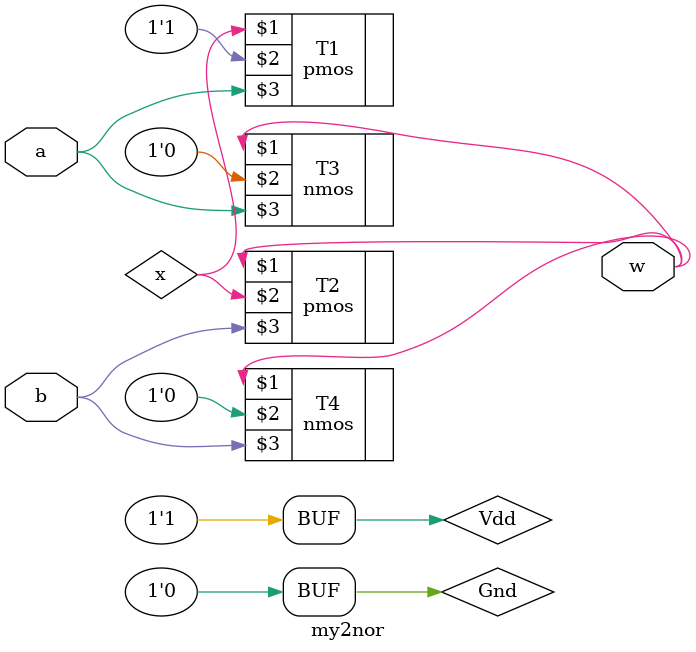
<source format=v>
 `timescale 1ns/1ns
module my2nor (input a, b, output w);
	supply1 Vdd;
	supply0 Gnd;
	wire x;
	pmos #(5,6,7) T1(x, Vdd, a);
	pmos #(5,6,7) T2(w, x, b);
	nmos #(3,4,5) T3(w, Gnd, a);
	nmos #(3,4,5) T4(w, Gnd, b);
endmodule

</source>
